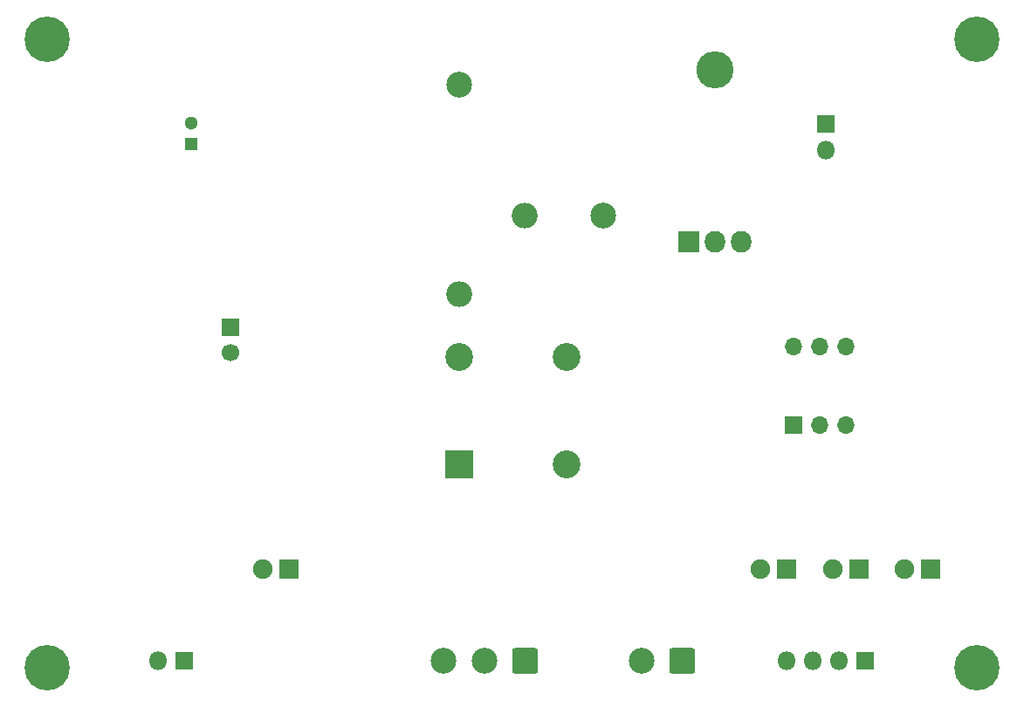
<source format=gbr>
%TF.GenerationSoftware,KiCad,Pcbnew,(5.1.6)-1*%
%TF.CreationDate,2020-07-27T14:36:12-04:00*%
%TF.ProjectId,CARIceCreamControl,43415249-6365-4437-9265-616d436f6e74,rev?*%
%TF.SameCoordinates,Original*%
%TF.FileFunction,Soldermask,Bot*%
%TF.FilePolarity,Negative*%
%FSLAX46Y46*%
G04 Gerber Fmt 4.6, Leading zero omitted, Abs format (unit mm)*
G04 Created by KiCad (PCBNEW (5.1.6)-1) date 2020-07-27 14:36:12*
%MOMM*%
%LPD*%
G01*
G04 APERTURE LIST*
%ADD10O,2.500000X2.500000*%
%ADD11C,2.500000*%
%ADD12C,2.700000*%
%ADD13R,2.700000X2.700000*%
%ADD14C,4.400000*%
%ADD15R,1.300000X1.300000*%
%ADD16C,1.300000*%
%ADD17R,1.700000X1.700000*%
%ADD18C,1.700000*%
%ADD19O,3.600000X3.600000*%
%ADD20R,2.005000X2.100000*%
%ADD21O,2.005000X2.100000*%
%ADD22R,1.900000X1.900000*%
%ADD23C,1.900000*%
%ADD24R,1.800000X1.800000*%
%ADD25O,1.800000X1.800000*%
%ADD26O,1.700000X1.700000*%
G04 APERTURE END LIST*
D10*
%TO.C,F1*%
X148590000Y-78740000D03*
D11*
X156210000Y-78740000D03*
%TD*%
D12*
%TO.C,D1*%
X152640000Y-102870000D03*
D13*
X142240000Y-102870000D03*
D12*
X142240000Y-92470000D03*
X152640000Y-92470000D03*
%TD*%
D11*
%TO.C,J3*%
X159870000Y-121920000D03*
G36*
G01*
X165080000Y-120930417D02*
X165080000Y-122909583D01*
G75*
G02*
X164819583Y-123170000I-260417J0D01*
G01*
X162840417Y-123170000D01*
G75*
G02*
X162580000Y-122909583I0J260417D01*
G01*
X162580000Y-120930417D01*
G75*
G02*
X162840417Y-120670000I260417J0D01*
G01*
X164819583Y-120670000D01*
G75*
G02*
X165080000Y-120930417I0J-260417D01*
G01*
G37*
%TD*%
%TO.C,J2*%
X140670000Y-121920000D03*
X144630000Y-121920000D03*
G36*
G01*
X149840000Y-120930417D02*
X149840000Y-122909583D01*
G75*
G02*
X149579583Y-123170000I-260417J0D01*
G01*
X147600417Y-123170000D01*
G75*
G02*
X147340000Y-122909583I0J260417D01*
G01*
X147340000Y-120930417D01*
G75*
G02*
X147600417Y-120670000I260417J0D01*
G01*
X149579583Y-120670000D01*
G75*
G02*
X149840000Y-120930417I0J-260417D01*
G01*
G37*
%TD*%
D14*
%TO.C,REF\u002A\u002A*%
X192405000Y-122555000D03*
%TD*%
%TO.C,REF\u002A\u002A*%
X102235000Y-122555000D03*
%TD*%
%TO.C,REF\u002A\u002A*%
X102235000Y-61595000D03*
%TD*%
%TO.C,REF\u002A\u002A*%
X192405000Y-61595000D03*
%TD*%
D15*
%TO.C,C6*%
X116205000Y-71755000D03*
D16*
X116205000Y-69755000D03*
%TD*%
D17*
%TO.C,C7*%
X120015000Y-89535000D03*
D18*
X120015000Y-92035000D03*
%TD*%
D19*
%TO.C,Q1*%
X167005000Y-64620000D03*
D20*
X164465000Y-81280000D03*
D21*
X167005000Y-81280000D03*
X169545000Y-81280000D03*
%TD*%
D22*
%TO.C,D5*%
X187960000Y-113030000D03*
D23*
X185420000Y-113030000D03*
%TD*%
%TO.C,D6*%
X171450000Y-113030000D03*
D22*
X173990000Y-113030000D03*
%TD*%
%TO.C,D7*%
X180975000Y-113030000D03*
D23*
X178435000Y-113030000D03*
%TD*%
%TO.C,D9*%
X123190000Y-113030000D03*
D22*
X125730000Y-113030000D03*
%TD*%
D24*
%TO.C,J1*%
X181610000Y-121920000D03*
D25*
X179070000Y-121920000D03*
X176530000Y-121920000D03*
X173990000Y-121920000D03*
%TD*%
D24*
%TO.C,TP1*%
X177800000Y-69850000D03*
D25*
X177800000Y-72390000D03*
%TD*%
%TO.C,TP2*%
X113030000Y-121920000D03*
D24*
X115570000Y-121920000D03*
%TD*%
D17*
%TO.C,U1*%
X174625000Y-99060000D03*
D26*
X179705000Y-91440000D03*
X177165000Y-99060000D03*
X177165000Y-91440000D03*
X179705000Y-99060000D03*
X174625000Y-91440000D03*
%TD*%
D11*
%TO.C,R4*%
X142240000Y-66040000D03*
D10*
X142240000Y-86360000D03*
%TD*%
M02*

</source>
